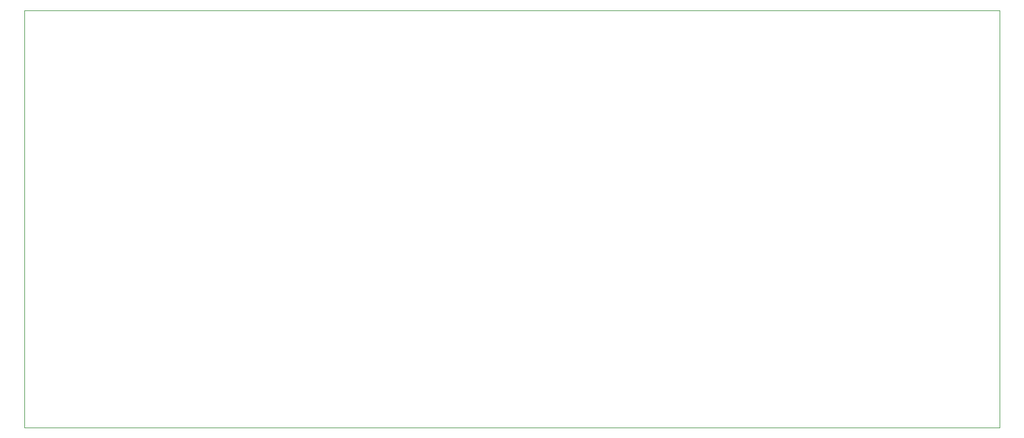
<source format=gbr>
%TF.GenerationSoftware,KiCad,Pcbnew,(5.1.10)-1*%
%TF.CreationDate,2021-09-17T22:04:39-04:00*%
%TF.ProjectId,Power Supply,506f7765-7220-4537-9570-706c792e6b69,rev?*%
%TF.SameCoordinates,Original*%
%TF.FileFunction,Profile,NP*%
%FSLAX46Y46*%
G04 Gerber Fmt 4.6, Leading zero omitted, Abs format (unit mm)*
G04 Created by KiCad (PCBNEW (5.1.10)-1) date 2021-09-17 22:04:39*
%MOMM*%
%LPD*%
G01*
G04 APERTURE LIST*
%TA.AperFunction,Profile*%
%ADD10C,0.050000*%
%TD*%
G04 APERTURE END LIST*
D10*
X203200000Y-114300000D02*
X203200000Y-53340000D01*
X60960000Y-114300000D02*
X203200000Y-114300000D01*
X60960000Y-53340000D02*
X60960000Y-114300000D01*
X203200000Y-53340000D02*
X60960000Y-53340000D01*
M02*

</source>
